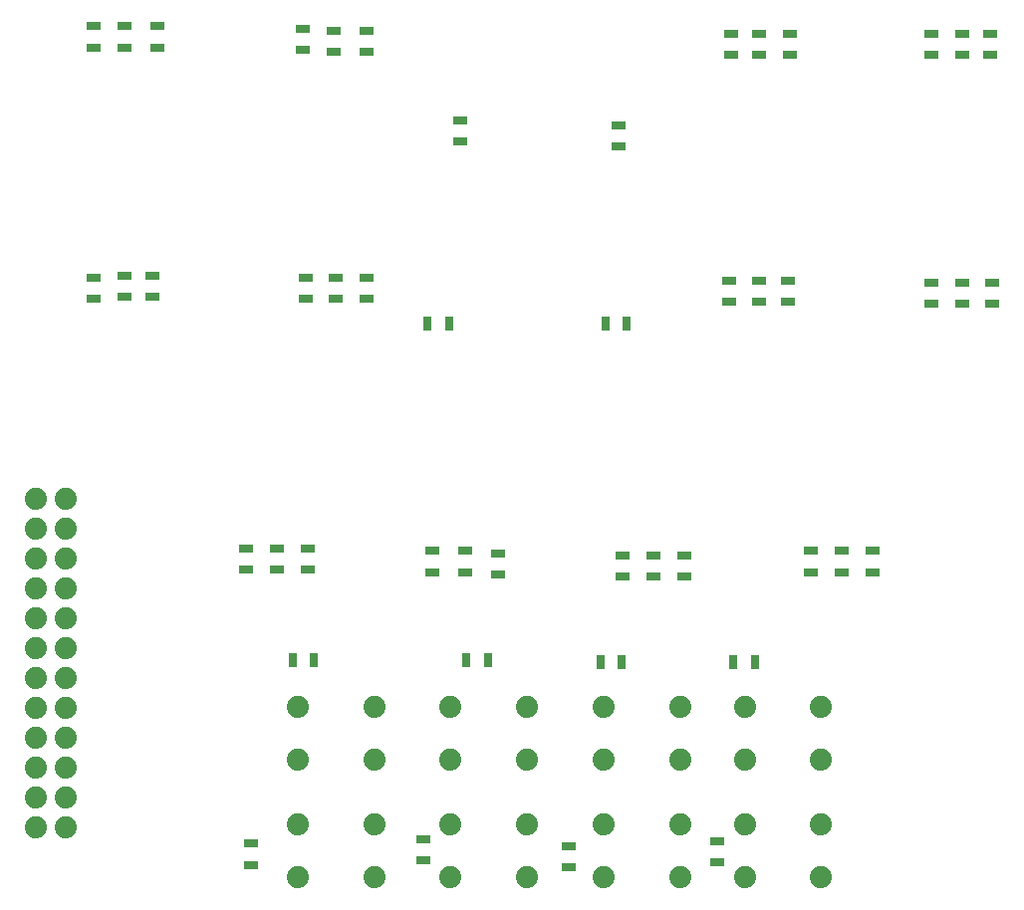
<source format=gbr>
G04 #@! TF.GenerationSoftware,KiCad,Pcbnew,5.0.2-bee76a0~70~ubuntu18.04.1*
G04 #@! TF.CreationDate,2019-12-02T21:24:14-05:00*
G04 #@! TF.ProjectId,control,636f6e74-726f-46c2-9e6b-696361645f70,rev?*
G04 #@! TF.SameCoordinates,Original*
G04 #@! TF.FileFunction,Paste,Top*
G04 #@! TF.FilePolarity,Positive*
%FSLAX46Y46*%
G04 Gerber Fmt 4.6, Leading zero omitted, Abs format (unit mm)*
G04 Created by KiCad (PCBNEW 5.0.2-bee76a0~70~ubuntu18.04.1) date Mon 02 Dec 2019 09:24:14 PM EST*
%MOMM*%
%LPD*%
G01*
G04 APERTURE LIST*
%ADD10R,1.198880X0.797560*%
%ADD11C,1.879600*%
%ADD12R,0.797560X1.198880*%
G04 APERTURE END LIST*
D10*
G04 #@! TO.C,C1*
X12800000Y-18900840D03*
X12800000Y-20699160D03*
G04 #@! TD*
G04 #@! TO.C,C2*
X25800000Y-65099160D03*
X25800000Y-63300840D03*
G04 #@! TD*
G04 #@! TO.C,C3*
X66800000Y-19500840D03*
X66800000Y-21299160D03*
G04 #@! TD*
G04 #@! TO.C,C4*
X30600000Y-21099160D03*
X30600000Y-19300840D03*
G04 #@! TD*
G04 #@! TO.C,C5*
X41800000Y-63500840D03*
X41800000Y-65299160D03*
G04 #@! TD*
G04 #@! TO.C,C6*
X84000000Y-21299160D03*
X84000000Y-19500840D03*
G04 #@! TD*
G04 #@! TO.C,C7*
X12800000Y-40100840D03*
X12800000Y-41899160D03*
G04 #@! TD*
G04 #@! TO.C,C8*
X57800000Y-65699160D03*
X57800000Y-63900840D03*
G04 #@! TD*
G04 #@! TO.C,C9*
X66800000Y-42299160D03*
X66800000Y-40500840D03*
G04 #@! TD*
G04 #@! TO.C,C10*
X30800000Y-42099160D03*
X30800000Y-40300840D03*
G04 #@! TD*
G04 #@! TO.C,C11*
X73800000Y-65299160D03*
X73800000Y-63500840D03*
G04 #@! TD*
G04 #@! TO.C,C12*
X84000000Y-40700840D03*
X84000000Y-42499160D03*
G04 #@! TD*
D11*
G04 #@! TO.C,J1*
X7800000Y-87000000D03*
X5260000Y-87000000D03*
X7800000Y-84460000D03*
X5260000Y-84460000D03*
X7800000Y-81920000D03*
X5260000Y-81920000D03*
X7800000Y-79380000D03*
X5260000Y-79380000D03*
X7800000Y-76840000D03*
X5260000Y-76840000D03*
X7800000Y-74300000D03*
X5260000Y-74300000D03*
X7800000Y-71760000D03*
X5260000Y-71760000D03*
X7800000Y-69220000D03*
X5260000Y-69220000D03*
X7800000Y-66680000D03*
X5260000Y-66680000D03*
X7800000Y-64140000D03*
X5260000Y-64140000D03*
X7800000Y-61600000D03*
X5260000Y-61600000D03*
X7800000Y-59060000D03*
X5260000Y-59060000D03*
G04 #@! TD*
D12*
G04 #@! TO.C,R1*
X27100840Y-72800000D03*
X28899160Y-72800000D03*
G04 #@! TD*
D10*
G04 #@! TO.C,R2*
X23600000Y-90200000D03*
X23600000Y-88401680D03*
G04 #@! TD*
D12*
G04 #@! TO.C,R3*
X43699160Y-72800000D03*
X41900840Y-72800000D03*
G04 #@! TD*
D10*
G04 #@! TO.C,R4*
X38200000Y-88001680D03*
X38200000Y-89800000D03*
G04 #@! TD*
D12*
G04 #@! TO.C,R5*
X53300840Y-73000000D03*
X55099160Y-73000000D03*
G04 #@! TD*
D10*
G04 #@! TO.C,R6*
X50600000Y-90400000D03*
X50600000Y-88601680D03*
G04 #@! TD*
D12*
G04 #@! TO.C,R7*
X66400000Y-73000000D03*
X64601680Y-73000000D03*
G04 #@! TD*
D10*
G04 #@! TO.C,R8*
X63200000Y-88201680D03*
X63200000Y-90000000D03*
G04 #@! TD*
G04 #@! TO.C,R9*
X15600000Y-20699160D03*
X15600000Y-18900840D03*
G04 #@! TD*
G04 #@! TO.C,R10*
X10200000Y-20699160D03*
X10200000Y-18900840D03*
G04 #@! TD*
G04 #@! TO.C,R11*
X28400000Y-65099160D03*
X28400000Y-63300840D03*
G04 #@! TD*
G04 #@! TO.C,R12*
X23200000Y-65099160D03*
X23200000Y-63300840D03*
G04 #@! TD*
G04 #@! TO.C,R13*
X69400000Y-21299160D03*
X69400000Y-19500840D03*
G04 #@! TD*
G04 #@! TO.C,R14*
X64400000Y-19500840D03*
X64400000Y-21299160D03*
G04 #@! TD*
G04 #@! TO.C,R15*
X33400000Y-19300840D03*
X33400000Y-21099160D03*
G04 #@! TD*
G04 #@! TO.C,R16*
X28000000Y-19100840D03*
X28000000Y-20899160D03*
G04 #@! TD*
G04 #@! TO.C,R17*
X44600000Y-63700840D03*
X44600000Y-65499160D03*
G04 #@! TD*
G04 #@! TO.C,R18*
X39000000Y-63500840D03*
X39000000Y-65299160D03*
G04 #@! TD*
G04 #@! TO.C,R19*
X86400000Y-19500840D03*
X86400000Y-21299160D03*
G04 #@! TD*
G04 #@! TO.C,R20*
X81400000Y-19500840D03*
X81400000Y-21299160D03*
G04 #@! TD*
G04 #@! TO.C,R21*
X15200000Y-40100840D03*
X15200000Y-41899160D03*
G04 #@! TD*
G04 #@! TO.C,R22*
X10200000Y-42099160D03*
X10200000Y-40300840D03*
G04 #@! TD*
G04 #@! TO.C,R23*
X60400000Y-65699160D03*
X60400000Y-63900840D03*
G04 #@! TD*
G04 #@! TO.C,R24*
X55200000Y-65699160D03*
X55200000Y-63900840D03*
G04 #@! TD*
G04 #@! TO.C,R25*
X69200000Y-42299160D03*
X69200000Y-40500840D03*
G04 #@! TD*
G04 #@! TO.C,R26*
X64200000Y-42299160D03*
X64200000Y-40500840D03*
G04 #@! TD*
G04 #@! TO.C,R27*
X33400000Y-40300840D03*
X33400000Y-42099160D03*
G04 #@! TD*
G04 #@! TO.C,R28*
X28200000Y-40300840D03*
X28200000Y-42099160D03*
G04 #@! TD*
G04 #@! TO.C,R29*
X76400000Y-65299160D03*
X76400000Y-63500840D03*
G04 #@! TD*
G04 #@! TO.C,R30*
X71200000Y-63500840D03*
X71200000Y-65299160D03*
G04 #@! TD*
G04 #@! TO.C,R31*
X86600000Y-42499160D03*
X86600000Y-40700840D03*
G04 #@! TD*
G04 #@! TO.C,R32*
X81400000Y-42499160D03*
X81400000Y-40700840D03*
G04 #@! TD*
D11*
G04 #@! TO.C,S1*
X34051200Y-81260600D03*
X27548800Y-81260600D03*
X34051200Y-76739400D03*
X27548800Y-76739400D03*
G04 #@! TD*
G04 #@! TO.C,S2*
X27548800Y-86739400D03*
X34051200Y-86739400D03*
X27548800Y-91260600D03*
X34051200Y-91260600D03*
G04 #@! TD*
G04 #@! TO.C,S3*
X40548800Y-76739400D03*
X47051200Y-76739400D03*
X40548800Y-81260600D03*
X47051200Y-81260600D03*
G04 #@! TD*
G04 #@! TO.C,S4*
X47051200Y-91260600D03*
X40548800Y-91260600D03*
X47051200Y-86739400D03*
X40548800Y-86739400D03*
G04 #@! TD*
G04 #@! TO.C,S5*
X60051200Y-81260600D03*
X53548800Y-81260600D03*
X60051200Y-76739400D03*
X53548800Y-76739400D03*
G04 #@! TD*
G04 #@! TO.C,S6*
X53548800Y-86739400D03*
X60051200Y-86739400D03*
X53548800Y-91260600D03*
X60051200Y-91260600D03*
G04 #@! TD*
G04 #@! TO.C,S7*
X65548800Y-76739400D03*
X72051200Y-76739400D03*
X65548800Y-81260600D03*
X72051200Y-81260600D03*
G04 #@! TD*
G04 #@! TO.C,S8*
X72051200Y-91260600D03*
X65548800Y-91260600D03*
X72051200Y-86739400D03*
X65548800Y-86739400D03*
G04 #@! TD*
D10*
G04 #@! TO.C,R33*
X54800000Y-27300840D03*
X54800000Y-29099160D03*
G04 #@! TD*
G04 #@! TO.C,R34*
X41400000Y-26900840D03*
X41400000Y-28699160D03*
G04 #@! TD*
D12*
G04 #@! TO.C,R35*
X55499160Y-44200000D03*
X53700840Y-44200000D03*
G04 #@! TD*
G04 #@! TO.C,R36*
X38601680Y-44200000D03*
X40400000Y-44200000D03*
G04 #@! TD*
M02*

</source>
